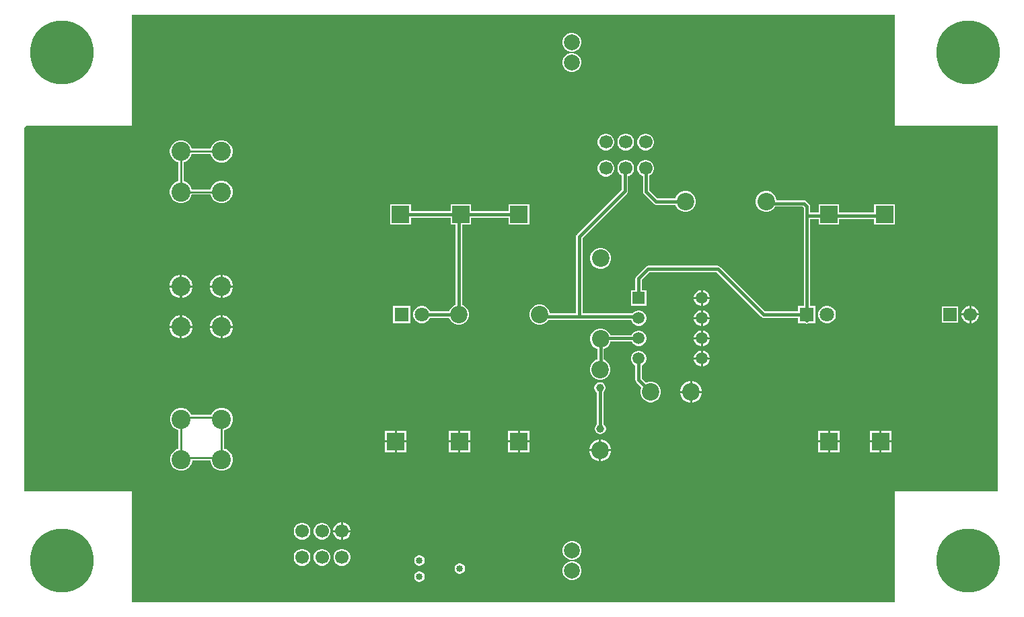
<source format=gbr>
G04*
G04 #@! TF.GenerationSoftware,Altium Limited,Altium Designer,24.1.2 (44)*
G04*
G04 Layer_Physical_Order=1*
G04 Layer_Color=13278208*
%FSLAX44Y44*%
%MOMM*%
G71*
G04*
G04 #@! TF.SameCoordinates,9659F079-296E-40C6-98A9-55E0524B4074*
G04*
G04*
G04 #@! TF.FilePolarity,Positive*
G04*
G01*
G75*
%ADD16C,0.2540*%
%ADD26C,0.8500*%
%ADD33C,0.4000*%
%ADD34C,1.7000*%
%ADD35C,2.0000*%
%ADD36R,1.5000X1.5000*%
%ADD37C,1.5000*%
%ADD38C,2.4000*%
%ADD39C,8.0000*%
%ADD40R,1.7000X1.7000*%
%ADD41C,2.1996*%
%ADD42R,1.8000X1.8000*%
%ADD43C,1.8000*%
%ADD44R,2.2000X2.2000*%
%ADD45R,2.2000X2.2000*%
%ADD46C,2.2000*%
%ADD47C,1.0000*%
G36*
X1127500Y627500D02*
X1257500D01*
Y167500D01*
X1127500D01*
Y27500D01*
X167500D01*
Y167500D01*
X32500D01*
Y625000D01*
X35000Y627500D01*
X167500D01*
Y767500D01*
X1127500D01*
Y627500D01*
D02*
G37*
%LPC*%
G36*
X722920Y744950D02*
X719760D01*
X716708Y744132D01*
X713972Y742552D01*
X711738Y740318D01*
X710158Y737582D01*
X709340Y734530D01*
Y731370D01*
X710158Y728318D01*
X711738Y725582D01*
X713972Y723348D01*
X716708Y721768D01*
X719760Y720950D01*
X722920D01*
X725972Y721768D01*
X728708Y723348D01*
X730942Y725582D01*
X732522Y728318D01*
X733340Y731370D01*
Y734530D01*
X732522Y737582D01*
X730942Y740318D01*
X728708Y742552D01*
X725972Y744132D01*
X722920Y744950D01*
D02*
G37*
G36*
Y719550D02*
X719760D01*
X716708Y718732D01*
X713972Y717152D01*
X711738Y714918D01*
X710158Y712182D01*
X709340Y709130D01*
Y705970D01*
X710158Y702918D01*
X711738Y700182D01*
X713972Y697948D01*
X716708Y696368D01*
X719760Y695550D01*
X722920D01*
X725972Y696368D01*
X728708Y697948D01*
X730942Y700182D01*
X732522Y702918D01*
X733340Y705970D01*
Y709130D01*
X732522Y712182D01*
X730942Y714918D01*
X728708Y717152D01*
X725972Y718732D01*
X722920Y719550D01*
D02*
G37*
G36*
X282343Y609500D02*
X278657D01*
X275096Y608546D01*
X271904Y606703D01*
X269297Y604096D01*
X267454Y600904D01*
X266900Y598834D01*
X243100D01*
X242546Y600904D01*
X240703Y604096D01*
X238096Y606703D01*
X234904Y608546D01*
X231343Y609500D01*
X227657D01*
X224096Y608546D01*
X220904Y606703D01*
X218297Y604096D01*
X216454Y600904D01*
X215500Y597343D01*
Y593657D01*
X216454Y590096D01*
X218297Y586904D01*
X220904Y584297D01*
X224096Y582454D01*
X226166Y581899D01*
Y558101D01*
X224096Y557546D01*
X220904Y555703D01*
X218297Y553096D01*
X216454Y549904D01*
X215500Y546343D01*
Y542657D01*
X216454Y539096D01*
X218297Y535904D01*
X220904Y533297D01*
X224096Y531454D01*
X227657Y530500D01*
X231343D01*
X234904Y531454D01*
X238096Y533297D01*
X240703Y535904D01*
X242546Y539096D01*
X243100Y541166D01*
X266900D01*
X267454Y539096D01*
X269297Y535904D01*
X271904Y533297D01*
X275096Y531454D01*
X278657Y530500D01*
X282343D01*
X285904Y531454D01*
X289096Y533297D01*
X291703Y535904D01*
X293546Y539096D01*
X294500Y542657D01*
Y546343D01*
X293546Y549904D01*
X291703Y553096D01*
X289096Y555703D01*
X285904Y557546D01*
X282343Y558500D01*
X278657D01*
X275096Y557546D01*
X271904Y555703D01*
X269297Y553096D01*
X267454Y549904D01*
X266900Y547834D01*
X243100D01*
X242546Y549904D01*
X240703Y553096D01*
X238096Y555703D01*
X234904Y557546D01*
X232834Y558101D01*
Y581899D01*
X234904Y582454D01*
X238096Y584297D01*
X240703Y586904D01*
X242546Y590096D01*
X243100Y592166D01*
X266900D01*
X267454Y590096D01*
X269297Y586904D01*
X271904Y584297D01*
X275096Y582454D01*
X278657Y581500D01*
X282343D01*
X285904Y582454D01*
X289096Y584297D01*
X291703Y586904D01*
X293546Y590096D01*
X294500Y593657D01*
Y597343D01*
X293546Y600904D01*
X291703Y604096D01*
X289096Y606703D01*
X285904Y608546D01*
X282343Y609500D01*
D02*
G37*
G36*
X815632Y617750D02*
X812868D01*
X810197Y617034D01*
X807803Y615652D01*
X805848Y613697D01*
X804466Y611303D01*
X803750Y608632D01*
Y605868D01*
X804466Y603197D01*
X805848Y600803D01*
X807803Y598848D01*
X810197Y597466D01*
X812868Y596750D01*
X815632D01*
X818303Y597466D01*
X820697Y598848D01*
X822652Y600803D01*
X824034Y603197D01*
X824750Y605868D01*
Y608632D01*
X824034Y611303D01*
X822652Y613697D01*
X820697Y615652D01*
X818303Y617034D01*
X815632Y617750D01*
D02*
G37*
G36*
X790632D02*
X787868D01*
X785197Y617034D01*
X782803Y615652D01*
X780848Y613697D01*
X779466Y611303D01*
X778750Y608632D01*
Y605868D01*
X779466Y603197D01*
X780848Y600803D01*
X782803Y598848D01*
X785197Y597466D01*
X787868Y596750D01*
X790632D01*
X793303Y597466D01*
X795697Y598848D01*
X797652Y600803D01*
X799034Y603197D01*
X799750Y605868D01*
Y608632D01*
X799034Y611303D01*
X797652Y613697D01*
X795697Y615652D01*
X793303Y617034D01*
X790632Y617750D01*
D02*
G37*
G36*
X765632D02*
X762868D01*
X760197Y617034D01*
X757803Y615652D01*
X755848Y613697D01*
X754466Y611303D01*
X753750Y608632D01*
Y605868D01*
X754466Y603197D01*
X755848Y600803D01*
X757803Y598848D01*
X760197Y597466D01*
X762868Y596750D01*
X765632D01*
X768303Y597466D01*
X770697Y598848D01*
X772652Y600803D01*
X774034Y603197D01*
X774750Y605868D01*
Y608632D01*
X774034Y611303D01*
X772652Y613697D01*
X770697Y615652D01*
X768303Y617034D01*
X765632Y617750D01*
D02*
G37*
G36*
Y584750D02*
X762868D01*
X760197Y584034D01*
X757803Y582652D01*
X755848Y580697D01*
X754466Y578303D01*
X753750Y575632D01*
Y572868D01*
X754466Y570197D01*
X755848Y567803D01*
X757803Y565848D01*
X760197Y564466D01*
X762868Y563750D01*
X765632D01*
X768303Y564466D01*
X770697Y565848D01*
X772652Y567803D01*
X774034Y570197D01*
X774750Y572868D01*
Y575632D01*
X774034Y578303D01*
X772652Y580697D01*
X770697Y582652D01*
X768303Y584034D01*
X765632Y584750D01*
D02*
G37*
G36*
X594750Y529250D02*
X568750D01*
Y520328D01*
X518745D01*
Y529249D01*
X492745D01*
Y503249D01*
X518745D01*
Y512171D01*
X568750D01*
Y503250D01*
X575122D01*
Y402364D01*
X574183Y402112D01*
X571219Y400401D01*
X568799Y397981D01*
X567088Y395017D01*
X566836Y394078D01*
X542995D01*
X542950Y394246D01*
X541502Y396754D01*
X539454Y398802D01*
X536946Y400250D01*
X534148Y401000D01*
X531252D01*
X528454Y400250D01*
X525946Y398802D01*
X523898Y396754D01*
X522450Y394246D01*
X521700Y391448D01*
Y388552D01*
X522450Y385754D01*
X523898Y383246D01*
X525946Y381198D01*
X528454Y379750D01*
X531252Y379000D01*
X534148D01*
X536946Y379750D01*
X539454Y381198D01*
X541502Y383246D01*
X542950Y385754D01*
X542995Y385922D01*
X566836D01*
X567088Y384983D01*
X568799Y382019D01*
X571219Y379599D01*
X574183Y377888D01*
X577489Y377002D01*
X580911D01*
X584217Y377888D01*
X587181Y379599D01*
X589601Y382019D01*
X591312Y384983D01*
X592198Y388289D01*
Y391711D01*
X591312Y395017D01*
X589601Y397981D01*
X587181Y400401D01*
X584217Y402112D01*
X583278Y402364D01*
Y503250D01*
X594750D01*
Y512171D01*
X641745D01*
Y503249D01*
X667745D01*
Y529249D01*
X641745D01*
Y520328D01*
X594750D01*
Y529250D01*
D02*
G37*
G36*
X815632Y584750D02*
X812868D01*
X810197Y584034D01*
X807803Y582652D01*
X805848Y580697D01*
X804466Y578303D01*
X803750Y575632D01*
Y572868D01*
X804466Y570197D01*
X805848Y567803D01*
X807803Y565848D01*
X810197Y564466D01*
X810922Y564272D01*
Y545000D01*
X810922Y545000D01*
X811181Y543698D01*
X811232Y543439D01*
X812116Y542116D01*
X824616Y529616D01*
X824616Y529616D01*
X825939Y528732D01*
X826198Y528681D01*
X827500Y528422D01*
X827500Y528422D01*
X851836D01*
X852088Y527483D01*
X853799Y524519D01*
X856219Y522099D01*
X859183Y520388D01*
X862489Y519502D01*
X865911D01*
X869217Y520388D01*
X872181Y522099D01*
X874601Y524519D01*
X876312Y527483D01*
X877198Y530789D01*
Y534211D01*
X876312Y537517D01*
X874601Y540481D01*
X872181Y542901D01*
X869217Y544612D01*
X865911Y545498D01*
X862489D01*
X859183Y544612D01*
X856219Y542901D01*
X853799Y540481D01*
X852088Y537517D01*
X851836Y536578D01*
X829189D01*
X819078Y546689D01*
Y564913D01*
X820697Y565848D01*
X822652Y567803D01*
X824034Y570197D01*
X824750Y572868D01*
Y575632D01*
X824034Y578303D01*
X822652Y580697D01*
X820697Y582652D01*
X818303Y584034D01*
X815632Y584750D01*
D02*
G37*
G36*
X967511Y545498D02*
X964089D01*
X960783Y544612D01*
X957819Y542901D01*
X955399Y540481D01*
X953688Y537517D01*
X952802Y534211D01*
Y530789D01*
X953688Y527483D01*
X955399Y524519D01*
X957819Y522099D01*
X960783Y520388D01*
X964089Y519502D01*
X967511D01*
X970817Y520388D01*
X973781Y522099D01*
X976201Y524519D01*
X977011Y525922D01*
X1011811D01*
X1013222Y524511D01*
Y514500D01*
Y401000D01*
X1006300D01*
Y394078D01*
X964189D01*
X907884Y450384D01*
X906561Y451268D01*
X906302Y451319D01*
X905000Y451578D01*
X905000Y451578D01*
X817500D01*
X815939Y451268D01*
X814616Y450384D01*
X814616Y450384D01*
X802666Y438434D01*
X801782Y437111D01*
X801731Y436852D01*
X801472Y435550D01*
X801472Y435550D01*
Y420350D01*
X796050D01*
Y401350D01*
X815050D01*
Y420350D01*
X809628D01*
Y433861D01*
X819189Y443422D01*
X903311D01*
X959616Y387116D01*
X960939Y386232D01*
X961198Y386181D01*
X962500Y385922D01*
X962500Y385922D01*
X1006300D01*
Y379000D01*
X1015338D01*
X1015739Y378732D01*
X1017300Y378422D01*
X1018861Y378732D01*
X1019262Y379000D01*
X1028300D01*
Y401000D01*
X1021378D01*
Y510422D01*
X1032000D01*
Y503250D01*
X1058000D01*
Y510422D01*
X1102000D01*
Y503250D01*
X1128000D01*
Y529250D01*
X1102000D01*
Y518578D01*
X1058000D01*
Y529250D01*
X1032000D01*
Y518578D01*
X1021378D01*
Y526200D01*
X1021068Y527761D01*
X1020184Y529084D01*
X1020184Y529084D01*
X1016384Y532884D01*
X1015061Y533768D01*
X1014802Y533819D01*
X1013500Y534078D01*
X1013500Y534078D01*
X978798D01*
Y534211D01*
X977912Y537517D01*
X976201Y540481D01*
X973781Y542901D01*
X970817Y544612D01*
X967511Y545498D01*
D02*
G37*
G36*
X759211Y473798D02*
X755789D01*
X752483Y472912D01*
X749519Y471201D01*
X747099Y468781D01*
X745388Y465817D01*
X744502Y462511D01*
Y459089D01*
X745388Y455783D01*
X747099Y452819D01*
X749519Y450399D01*
X752483Y448688D01*
X755789Y447802D01*
X759211D01*
X762517Y448688D01*
X765481Y450399D01*
X767901Y452819D01*
X769612Y455783D01*
X770498Y459089D01*
Y462511D01*
X769612Y465817D01*
X767901Y468781D01*
X765481Y471201D01*
X762517Y472912D01*
X759211Y473798D01*
D02*
G37*
G36*
X282414Y440040D02*
X281770D01*
Y426770D01*
X295040D01*
Y427414D01*
X294049Y431112D01*
X292135Y434428D01*
X289428Y437135D01*
X286112Y439049D01*
X282414Y440040D01*
D02*
G37*
G36*
X231414D02*
X230770D01*
Y426770D01*
X244040D01*
Y427414D01*
X243049Y431112D01*
X241135Y434428D01*
X238428Y437135D01*
X235112Y439049D01*
X231414Y440040D01*
D02*
G37*
G36*
X228230D02*
X227586D01*
X223888Y439049D01*
X220572Y437135D01*
X217865Y434428D01*
X215951Y431112D01*
X214960Y427414D01*
Y426770D01*
X228230D01*
Y440040D01*
D02*
G37*
G36*
X279230D02*
X278586D01*
X274888Y439049D01*
X271572Y437135D01*
X268865Y434428D01*
X266951Y431112D01*
X265960Y427414D01*
Y426770D01*
X279230D01*
Y440040D01*
D02*
G37*
G36*
X886272Y420890D02*
X886220D01*
Y412120D01*
X894990D01*
Y412172D01*
X894306Y414725D01*
X892984Y417015D01*
X891115Y418884D01*
X888825Y420206D01*
X886272Y420890D01*
D02*
G37*
G36*
X883680D02*
X883628D01*
X881075Y420206D01*
X878785Y418884D01*
X876916Y417015D01*
X875594Y414725D01*
X874910Y412172D01*
Y412120D01*
X883680D01*
Y420890D01*
D02*
G37*
G36*
X295040Y424230D02*
X281770D01*
Y410960D01*
X282414D01*
X286112Y411951D01*
X289428Y413865D01*
X292135Y416572D01*
X294049Y419888D01*
X295040Y423586D01*
Y424230D01*
D02*
G37*
G36*
X279230D02*
X265960D01*
Y423586D01*
X266951Y419888D01*
X268865Y416572D01*
X271572Y413865D01*
X274888Y411951D01*
X278586Y410960D01*
X279230D01*
Y424230D01*
D02*
G37*
G36*
X244040D02*
X230770D01*
Y410960D01*
X231414D01*
X235112Y411951D01*
X238428Y413865D01*
X241135Y416572D01*
X243049Y419888D01*
X244040Y423586D01*
Y424230D01*
D02*
G37*
G36*
X228230D02*
X214960D01*
Y423586D01*
X215951Y419888D01*
X217865Y416572D01*
X220572Y413865D01*
X223888Y411951D01*
X227586Y410960D01*
X228230D01*
Y424230D01*
D02*
G37*
G36*
X894990Y409580D02*
X886220D01*
Y400810D01*
X886272D01*
X888825Y401494D01*
X891115Y402816D01*
X892984Y404685D01*
X894306Y406975D01*
X894990Y409528D01*
Y409580D01*
D02*
G37*
G36*
X883680D02*
X874910D01*
Y409528D01*
X875594Y406975D01*
X876916Y404685D01*
X878785Y402816D01*
X881075Y401494D01*
X883628Y400810D01*
X883680D01*
Y409580D01*
D02*
G37*
G36*
X790632Y584750D02*
X787868D01*
X785197Y584034D01*
X782803Y582652D01*
X780848Y580697D01*
X779466Y578303D01*
X778750Y575632D01*
Y572868D01*
X779466Y570197D01*
X780848Y567803D01*
X782803Y565848D01*
X783922Y565202D01*
Y547189D01*
X727866Y491134D01*
X726982Y489811D01*
X726931Y489552D01*
X726672Y488250D01*
X726672Y488250D01*
Y391578D01*
X693798D01*
Y391711D01*
X692912Y395017D01*
X691201Y397981D01*
X688781Y400401D01*
X685817Y402112D01*
X682511Y402998D01*
X679089D01*
X675783Y402112D01*
X672819Y400401D01*
X670399Y397981D01*
X668688Y395017D01*
X667802Y391711D01*
Y388289D01*
X668688Y384983D01*
X670399Y382019D01*
X672819Y379599D01*
X675783Y377888D01*
X679089Y377002D01*
X682511D01*
X685817Y377888D01*
X688781Y379599D01*
X691201Y382019D01*
X692011Y383422D01*
X796258D01*
X796697Y381783D01*
X797948Y379617D01*
X799717Y377848D01*
X801883Y376597D01*
X804299Y375950D01*
X806801D01*
X809217Y376597D01*
X811383Y377848D01*
X813152Y379617D01*
X814403Y381783D01*
X815050Y384199D01*
Y386701D01*
X814403Y389117D01*
X813152Y391283D01*
X811383Y393052D01*
X809217Y394303D01*
X806801Y394950D01*
X804299D01*
X801883Y394303D01*
X799717Y393052D01*
X798243Y391578D01*
X734828D01*
Y486561D01*
X790884Y542616D01*
X790884Y542616D01*
X791768Y543939D01*
X792078Y545500D01*
Y564137D01*
X793303Y564466D01*
X795697Y565848D01*
X797652Y567803D01*
X799034Y570197D01*
X799750Y572868D01*
Y575632D01*
X799034Y578303D01*
X797652Y580697D01*
X795697Y582652D01*
X793303Y584034D01*
X790632Y584750D01*
D02*
G37*
G36*
X1224153Y401040D02*
X1223970D01*
Y391270D01*
X1233740D01*
Y391453D01*
X1232988Y394261D01*
X1231534Y396779D01*
X1229479Y398834D01*
X1226961Y400288D01*
X1224153Y401040D01*
D02*
G37*
G36*
X1221430D02*
X1221247D01*
X1218439Y400288D01*
X1215921Y398834D01*
X1213866Y396779D01*
X1212412Y394261D01*
X1211660Y391453D01*
Y391270D01*
X1221430D01*
Y401040D01*
D02*
G37*
G36*
X886272Y395490D02*
X886220D01*
Y386720D01*
X894990D01*
Y386772D01*
X894306Y389325D01*
X892984Y391615D01*
X891115Y393484D01*
X888825Y394806D01*
X886272Y395490D01*
D02*
G37*
G36*
X883680D02*
X883628D01*
X881075Y394806D01*
X878785Y393484D01*
X876916Y391615D01*
X875594Y389325D01*
X874910Y386772D01*
Y386720D01*
X883680D01*
Y395490D01*
D02*
G37*
G36*
X1207800Y400500D02*
X1186800D01*
Y379500D01*
X1207800D01*
Y400500D01*
D02*
G37*
G36*
X1044148Y401000D02*
X1041252D01*
X1038454Y400250D01*
X1035946Y398802D01*
X1033898Y396754D01*
X1032450Y394246D01*
X1031700Y391448D01*
Y388552D01*
X1032450Y385754D01*
X1033898Y383246D01*
X1035946Y381198D01*
X1038454Y379750D01*
X1041252Y379000D01*
X1044148D01*
X1046946Y379750D01*
X1049454Y381198D01*
X1051502Y383246D01*
X1052950Y385754D01*
X1053700Y388552D01*
Y391448D01*
X1052950Y394246D01*
X1051502Y396754D01*
X1049454Y398802D01*
X1046946Y400250D01*
X1044148Y401000D01*
D02*
G37*
G36*
X518300D02*
X496300D01*
Y379000D01*
X518300D01*
Y401000D01*
D02*
G37*
G36*
X1233740Y388730D02*
X1223970D01*
Y378960D01*
X1224153D01*
X1226961Y379712D01*
X1229479Y381166D01*
X1231534Y383221D01*
X1232988Y385739D01*
X1233740Y388547D01*
Y388730D01*
D02*
G37*
G36*
X1221430D02*
X1211660D01*
Y388547D01*
X1212412Y385739D01*
X1213866Y383221D01*
X1215921Y381166D01*
X1218439Y379712D01*
X1221247Y378960D01*
X1221430D01*
Y388730D01*
D02*
G37*
G36*
X282414Y389040D02*
X281770D01*
Y375770D01*
X295040D01*
Y376414D01*
X294049Y380112D01*
X292135Y383428D01*
X289428Y386135D01*
X286112Y388049D01*
X282414Y389040D01*
D02*
G37*
G36*
X231414D02*
X230770D01*
Y375770D01*
X244040D01*
Y376414D01*
X243049Y380112D01*
X241135Y383428D01*
X238428Y386135D01*
X235112Y388049D01*
X231414Y389040D01*
D02*
G37*
G36*
X228230D02*
X227586D01*
X223888Y388049D01*
X220572Y386135D01*
X217865Y383428D01*
X215951Y380112D01*
X214960Y376414D01*
Y375770D01*
X228230D01*
Y389040D01*
D02*
G37*
G36*
X279230D02*
X278586D01*
X274888Y388049D01*
X271572Y386135D01*
X268865Y383428D01*
X266951Y380112D01*
X265960Y376414D01*
Y375770D01*
X279230D01*
Y389040D01*
D02*
G37*
G36*
X894990Y384180D02*
X886220D01*
Y375410D01*
X886272D01*
X888825Y376094D01*
X891115Y377416D01*
X892984Y379285D01*
X894306Y381575D01*
X894990Y384128D01*
Y384180D01*
D02*
G37*
G36*
X883680D02*
X874910D01*
Y384128D01*
X875594Y381575D01*
X876916Y379285D01*
X878785Y377416D01*
X881075Y376094D01*
X883628Y375410D01*
X883680D01*
Y384180D01*
D02*
G37*
G36*
X886272Y370090D02*
X886220D01*
Y361320D01*
X894990D01*
Y361372D01*
X894306Y363925D01*
X892984Y366215D01*
X891115Y368084D01*
X888825Y369406D01*
X886272Y370090D01*
D02*
G37*
G36*
X883680D02*
X883628D01*
X881075Y369406D01*
X878785Y368084D01*
X876916Y366215D01*
X875594Y363925D01*
X874910Y361372D01*
Y361320D01*
X883680D01*
Y370090D01*
D02*
G37*
G36*
X295040Y373230D02*
X281770D01*
Y359960D01*
X282414D01*
X286112Y360951D01*
X289428Y362865D01*
X292135Y365572D01*
X294049Y368888D01*
X295040Y372586D01*
Y373230D01*
D02*
G37*
G36*
X279230D02*
X265960D01*
Y372586D01*
X266951Y368888D01*
X268865Y365572D01*
X271572Y362865D01*
X274888Y360951D01*
X278586Y359960D01*
X279230D01*
Y373230D01*
D02*
G37*
G36*
X244040D02*
X230770D01*
Y359960D01*
X231414D01*
X235112Y360951D01*
X238428Y362865D01*
X241135Y365572D01*
X243049Y368888D01*
X244040Y372586D01*
Y373230D01*
D02*
G37*
G36*
X228230D02*
X214960D01*
Y372586D01*
X215951Y368888D01*
X217865Y365572D01*
X220572Y362865D01*
X223888Y360951D01*
X227586Y359960D01*
X228230D01*
Y373230D01*
D02*
G37*
G36*
X759211Y372198D02*
X755789D01*
X752483Y371312D01*
X749519Y369601D01*
X747099Y367181D01*
X745388Y364217D01*
X744502Y360911D01*
Y357489D01*
X745388Y354183D01*
X747099Y351219D01*
X749519Y348799D01*
X752483Y347088D01*
X753422Y346836D01*
Y333298D01*
X751983Y332912D01*
X749019Y331201D01*
X746599Y328781D01*
X744888Y325817D01*
X744002Y322511D01*
Y319089D01*
X744888Y315783D01*
X746599Y312819D01*
X749019Y310399D01*
X751983Y308688D01*
X755289Y307802D01*
X758711D01*
X762017Y308688D01*
X764981Y310399D01*
X767401Y312819D01*
X769112Y315783D01*
X769998Y319089D01*
Y322511D01*
X769112Y325817D01*
X767401Y328781D01*
X764981Y331201D01*
X762017Y332912D01*
X761578Y333030D01*
Y346836D01*
X762517Y347088D01*
X765481Y348799D01*
X767901Y351219D01*
X769612Y354183D01*
X770092Y355972D01*
X796935D01*
X797948Y354217D01*
X799717Y352448D01*
X801883Y351197D01*
X804299Y350550D01*
X806801D01*
X809217Y351197D01*
X811383Y352448D01*
X813152Y354217D01*
X814403Y356383D01*
X815050Y358799D01*
Y361301D01*
X814403Y363717D01*
X813152Y365883D01*
X811383Y367652D01*
X809217Y368903D01*
X806801Y369550D01*
X804299D01*
X801883Y368903D01*
X799717Y367652D01*
X797948Y365883D01*
X796935Y364128D01*
X769636D01*
X769612Y364217D01*
X767901Y367181D01*
X765481Y369601D01*
X762517Y371312D01*
X759211Y372198D01*
D02*
G37*
G36*
X894990Y358780D02*
X886220D01*
Y350010D01*
X886272D01*
X888825Y350694D01*
X891115Y352016D01*
X892984Y353885D01*
X894306Y356175D01*
X894990Y358728D01*
Y358780D01*
D02*
G37*
G36*
X883680D02*
X874910D01*
Y358728D01*
X875594Y356175D01*
X876916Y353885D01*
X878785Y352016D01*
X881075Y350694D01*
X883628Y350010D01*
X883680D01*
Y358780D01*
D02*
G37*
G36*
X886272Y344690D02*
X886220D01*
Y335920D01*
X894990D01*
Y335972D01*
X894306Y338525D01*
X892984Y340815D01*
X891115Y342684D01*
X888825Y344006D01*
X886272Y344690D01*
D02*
G37*
G36*
X883680D02*
X883628D01*
X881075Y344006D01*
X878785Y342684D01*
X876916Y340815D01*
X875594Y338525D01*
X874910Y335972D01*
Y335920D01*
X883680D01*
Y344690D01*
D02*
G37*
G36*
X894990Y333380D02*
X886220D01*
Y324610D01*
X886272D01*
X888825Y325294D01*
X891115Y326616D01*
X892984Y328485D01*
X894306Y330775D01*
X894990Y333328D01*
Y333380D01*
D02*
G37*
G36*
X883680D02*
X874910D01*
Y333328D01*
X875594Y330775D01*
X876916Y328485D01*
X878785Y326616D01*
X881075Y325294D01*
X883628Y324610D01*
X883680D01*
Y333380D01*
D02*
G37*
G36*
X873183Y306040D02*
X872670D01*
Y293770D01*
X884940D01*
Y294283D01*
X884017Y297726D01*
X882235Y300814D01*
X879714Y303335D01*
X876626Y305117D01*
X873183Y306040D01*
D02*
G37*
G36*
X870130D02*
X869617D01*
X866174Y305117D01*
X863086Y303335D01*
X860565Y300814D01*
X858783Y297726D01*
X857860Y294283D01*
Y293770D01*
X870130D01*
Y306040D01*
D02*
G37*
G36*
X806801Y344150D02*
X804299D01*
X801883Y343503D01*
X799717Y342252D01*
X797948Y340483D01*
X796697Y338317D01*
X796050Y335901D01*
Y333399D01*
X796697Y330983D01*
X797948Y328817D01*
X799717Y327048D01*
X801472Y326035D01*
Y307550D01*
X801472Y307550D01*
X801731Y306248D01*
X801782Y305989D01*
X802666Y304666D01*
X808972Y298360D01*
X808486Y297518D01*
X807600Y294212D01*
Y290788D01*
X808486Y287482D01*
X810197Y284518D01*
X812618Y282097D01*
X815582Y280386D01*
X818888Y279500D01*
X822311D01*
X825618Y280386D01*
X828582Y282097D01*
X831003Y284518D01*
X832714Y287482D01*
X833600Y290788D01*
Y294212D01*
X832714Y297518D01*
X831003Y300482D01*
X828582Y302903D01*
X825618Y304614D01*
X822311Y305500D01*
X818888D01*
X815582Y304614D01*
X814740Y304128D01*
X809628Y309239D01*
Y326035D01*
X811383Y327048D01*
X813152Y328817D01*
X814403Y330983D01*
X815050Y333399D01*
Y335901D01*
X814403Y338317D01*
X813152Y340483D01*
X811383Y342252D01*
X809217Y343503D01*
X806801Y344150D01*
D02*
G37*
G36*
X884940Y291230D02*
X872670D01*
Y278960D01*
X873183D01*
X876626Y279883D01*
X879714Y281665D01*
X882235Y284186D01*
X884017Y287274D01*
X884940Y290717D01*
Y291230D01*
D02*
G37*
G36*
X870130D02*
X857860D01*
Y290717D01*
X858783Y287274D01*
X860565Y284186D01*
X863086Y281665D01*
X866174Y279883D01*
X869617Y278960D01*
X870130D01*
Y291230D01*
D02*
G37*
G36*
X282593Y272250D02*
X278907D01*
X275346Y271296D01*
X272154Y269453D01*
X269547Y266846D01*
X267952Y264084D01*
X242547D01*
X240953Y266846D01*
X238346Y269453D01*
X235154Y271296D01*
X231593Y272250D01*
X227907D01*
X224346Y271296D01*
X221154Y269453D01*
X218547Y266846D01*
X216704Y263654D01*
X215750Y260093D01*
Y256407D01*
X216704Y252846D01*
X218547Y249654D01*
X221154Y247047D01*
X224346Y245204D01*
X226416Y244650D01*
Y220851D01*
X224346Y220296D01*
X221154Y218453D01*
X218547Y215846D01*
X216704Y212654D01*
X215750Y209093D01*
Y205407D01*
X216704Y201846D01*
X218547Y198654D01*
X221154Y196047D01*
X224346Y194204D01*
X227907Y193250D01*
X231593D01*
X235154Y194204D01*
X238346Y196047D01*
X240953Y198654D01*
X242796Y201846D01*
X243750Y205407D01*
Y206416D01*
X266750D01*
Y205407D01*
X267704Y201846D01*
X269547Y198654D01*
X272154Y196047D01*
X275346Y194204D01*
X278907Y193250D01*
X282593D01*
X286154Y194204D01*
X289346Y196047D01*
X291953Y198654D01*
X293796Y201846D01*
X294750Y205407D01*
Y209093D01*
X293796Y212654D01*
X291953Y215846D01*
X289346Y218453D01*
X286154Y220296D01*
X284084Y220851D01*
Y244650D01*
X286154Y245204D01*
X289346Y247047D01*
X291953Y249654D01*
X293796Y252846D01*
X294750Y256407D01*
Y260093D01*
X293796Y263654D01*
X291953Y266846D01*
X289346Y269453D01*
X286154Y271296D01*
X282593Y272250D01*
D02*
G37*
G36*
X757672Y304750D02*
X755828D01*
X754048Y304273D01*
X752452Y303351D01*
X751149Y302048D01*
X750227Y300452D01*
X749750Y298672D01*
Y296828D01*
X750227Y295048D01*
X751149Y293452D01*
X752452Y292149D01*
X752922Y291877D01*
Y251821D01*
X751649Y250548D01*
X750727Y248952D01*
X750250Y247172D01*
Y245328D01*
X750727Y243548D01*
X751649Y241952D01*
X752952Y240649D01*
X754548Y239727D01*
X756328Y239250D01*
X758172D01*
X759952Y239727D01*
X761548Y240649D01*
X762851Y241952D01*
X763773Y243548D01*
X764250Y245328D01*
Y247172D01*
X763773Y248952D01*
X762851Y250548D01*
X761548Y251851D01*
X761078Y252123D01*
Y292179D01*
X762351Y293452D01*
X763273Y295048D01*
X763750Y296828D01*
Y298672D01*
X763273Y300452D01*
X762351Y302048D01*
X761048Y303351D01*
X759452Y304273D01*
X757672Y304750D01*
D02*
G37*
G36*
X1058540Y243540D02*
X1046270D01*
Y231270D01*
X1058540D01*
Y243540D01*
D02*
G37*
G36*
X1043730D02*
X1031460D01*
Y231270D01*
X1043730D01*
Y243540D01*
D02*
G37*
G36*
X668540D02*
X656270D01*
Y231270D01*
X668540D01*
Y243540D01*
D02*
G37*
G36*
X653730D02*
X641460D01*
Y231270D01*
X653730D01*
Y243540D01*
D02*
G37*
G36*
X593540D02*
X581270D01*
Y231270D01*
X593540D01*
Y243540D01*
D02*
G37*
G36*
X578730D02*
X566460D01*
Y231270D01*
X578730D01*
Y243540D01*
D02*
G37*
G36*
X513540D02*
X501270D01*
Y231270D01*
X513540D01*
Y243540D01*
D02*
G37*
G36*
X498730D02*
X486460D01*
Y231270D01*
X498730D01*
Y243540D01*
D02*
G37*
G36*
X1123540D02*
X1111270D01*
Y231270D01*
X1123540D01*
Y243540D01*
D02*
G37*
G36*
X1108730D02*
X1096460D01*
Y231270D01*
X1108730D01*
Y243540D01*
D02*
G37*
G36*
X758782Y232738D02*
X758270D01*
Y220470D01*
X770538D01*
Y220982D01*
X769616Y224426D01*
X767833Y227513D01*
X765313Y230033D01*
X762226Y231816D01*
X758782Y232738D01*
D02*
G37*
G36*
X755730D02*
X755218D01*
X751775Y231816D01*
X748687Y230033D01*
X746167Y227513D01*
X744384Y224426D01*
X743462Y220982D01*
Y220470D01*
X755730D01*
Y232738D01*
D02*
G37*
G36*
X1123540Y228730D02*
X1111270D01*
Y216460D01*
X1123540D01*
Y228730D01*
D02*
G37*
G36*
X1108730D02*
X1096460D01*
Y216460D01*
X1108730D01*
Y228730D01*
D02*
G37*
G36*
X1058540Y228730D02*
X1046270D01*
Y216460D01*
X1058540D01*
Y228730D01*
D02*
G37*
G36*
X1043730D02*
X1031460D01*
Y216460D01*
X1043730D01*
Y228730D01*
D02*
G37*
G36*
X668540D02*
X656270D01*
Y216460D01*
X668540D01*
Y228730D01*
D02*
G37*
G36*
X653730D02*
X641460D01*
Y216460D01*
X653730D01*
Y228730D01*
D02*
G37*
G36*
X593540D02*
X581270D01*
Y216460D01*
X593540D01*
Y228730D01*
D02*
G37*
G36*
X578730D02*
X566460D01*
Y216460D01*
X578730D01*
Y228730D01*
D02*
G37*
G36*
X513540D02*
X501270D01*
Y216460D01*
X513540D01*
Y228730D01*
D02*
G37*
G36*
X498730D02*
X486460D01*
Y216460D01*
X498730D01*
Y228730D01*
D02*
G37*
G36*
X770538Y217930D02*
X758270D01*
Y205662D01*
X758782D01*
X762226Y206584D01*
X765313Y208367D01*
X767833Y210887D01*
X769616Y213974D01*
X770538Y217418D01*
Y217930D01*
D02*
G37*
G36*
X755730D02*
X743462D01*
Y217418D01*
X744384Y213974D01*
X746167Y210887D01*
X748687Y208367D01*
X751775Y206584D01*
X755218Y205662D01*
X755730D01*
Y217930D01*
D02*
G37*
G36*
X433453Y128290D02*
X433270D01*
Y118520D01*
X443040D01*
Y118703D01*
X442288Y121511D01*
X440834Y124029D01*
X438779Y126084D01*
X436261Y127538D01*
X433453Y128290D01*
D02*
G37*
G36*
X430730D02*
X430547D01*
X427739Y127538D01*
X425221Y126084D01*
X423166Y124029D01*
X421712Y121511D01*
X420960Y118703D01*
Y118520D01*
X430730D01*
Y128290D01*
D02*
G37*
G36*
X408382Y127750D02*
X405618D01*
X402947Y127034D01*
X400553Y125652D01*
X398598Y123697D01*
X397216Y121303D01*
X396500Y118632D01*
Y115868D01*
X397216Y113197D01*
X398598Y110803D01*
X400553Y108848D01*
X402947Y107466D01*
X405618Y106750D01*
X408382D01*
X411053Y107466D01*
X413447Y108848D01*
X415402Y110803D01*
X416784Y113197D01*
X417500Y115868D01*
Y118632D01*
X416784Y121303D01*
X415402Y123697D01*
X413447Y125652D01*
X411053Y127034D01*
X408382Y127750D01*
D02*
G37*
G36*
X383382D02*
X380618D01*
X377947Y127034D01*
X375553Y125652D01*
X373598Y123697D01*
X372216Y121303D01*
X371500Y118632D01*
Y115868D01*
X372216Y113197D01*
X373598Y110803D01*
X375553Y108848D01*
X377947Y107466D01*
X380618Y106750D01*
X383382D01*
X386053Y107466D01*
X388447Y108848D01*
X390402Y110803D01*
X391784Y113197D01*
X392500Y115868D01*
Y118632D01*
X391784Y121303D01*
X390402Y123697D01*
X388447Y125652D01*
X386053Y127034D01*
X383382Y127750D01*
D02*
G37*
G36*
X443040Y115980D02*
X433270D01*
Y106210D01*
X433453D01*
X436261Y106962D01*
X438779Y108416D01*
X440834Y110471D01*
X442288Y112989D01*
X443040Y115796D01*
Y115980D01*
D02*
G37*
G36*
X430730D02*
X420960D01*
Y115796D01*
X421712Y112989D01*
X423166Y110471D01*
X425221Y108416D01*
X427739Y106962D01*
X430547Y106210D01*
X430730D01*
Y115980D01*
D02*
G37*
G36*
X723240Y104700D02*
X720080D01*
X717028Y103882D01*
X714292Y102302D01*
X712058Y100068D01*
X710478Y97332D01*
X709660Y94280D01*
Y91120D01*
X710478Y88068D01*
X712058Y85332D01*
X714292Y83098D01*
X717028Y81518D01*
X720080Y80700D01*
X723240D01*
X726292Y81518D01*
X729028Y83098D01*
X731262Y85332D01*
X732842Y88068D01*
X733660Y91120D01*
Y94280D01*
X732842Y97332D01*
X731262Y100068D01*
X729028Y102302D01*
X726292Y103882D01*
X723240Y104700D01*
D02*
G37*
G36*
X433382Y94750D02*
X430618D01*
X427947Y94034D01*
X425553Y92652D01*
X423598Y90697D01*
X422216Y88303D01*
X421500Y85632D01*
Y82868D01*
X422216Y80197D01*
X423598Y77803D01*
X425553Y75848D01*
X427947Y74466D01*
X430618Y73750D01*
X433382D01*
X436053Y74466D01*
X438447Y75848D01*
X440402Y77803D01*
X441784Y80197D01*
X442500Y82868D01*
Y85632D01*
X441784Y88303D01*
X440402Y90697D01*
X438447Y92652D01*
X436053Y94034D01*
X433382Y94750D01*
D02*
G37*
G36*
X408382D02*
X405618D01*
X402947Y94034D01*
X400553Y92652D01*
X398598Y90697D01*
X397216Y88303D01*
X396500Y85632D01*
Y82868D01*
X397216Y80197D01*
X398598Y77803D01*
X400553Y75848D01*
X402947Y74466D01*
X405618Y73750D01*
X408382D01*
X411053Y74466D01*
X413447Y75848D01*
X415402Y77803D01*
X416784Y80197D01*
X417500Y82868D01*
Y85632D01*
X416784Y88303D01*
X415402Y90697D01*
X413447Y92652D01*
X411053Y94034D01*
X408382Y94750D01*
D02*
G37*
G36*
X383382D02*
X380618D01*
X377947Y94034D01*
X375553Y92652D01*
X373598Y90697D01*
X372216Y88303D01*
X371500Y85632D01*
Y82868D01*
X372216Y80197D01*
X373598Y77803D01*
X375553Y75848D01*
X377947Y74466D01*
X380618Y73750D01*
X383382D01*
X386053Y74466D01*
X388447Y75848D01*
X390402Y77803D01*
X391784Y80197D01*
X392500Y82868D01*
Y85632D01*
X391784Y88303D01*
X390402Y90697D01*
X388447Y92652D01*
X386053Y94034D01*
X383382Y94750D01*
D02*
G37*
G36*
X530456Y86660D02*
X528744D01*
X527091Y86217D01*
X525609Y85361D01*
X524399Y84151D01*
X523543Y82669D01*
X523100Y81016D01*
Y79304D01*
X523543Y77651D01*
X524399Y76169D01*
X525609Y74959D01*
X527091Y74103D01*
X528744Y73660D01*
X530456D01*
X532109Y74103D01*
X533591Y74959D01*
X534801Y76169D01*
X535657Y77651D01*
X536100Y79304D01*
Y81016D01*
X535657Y82669D01*
X534801Y84151D01*
X533591Y85361D01*
X532109Y86217D01*
X530456Y86660D01*
D02*
G37*
G36*
X581256Y76500D02*
X579544D01*
X577891Y76057D01*
X576409Y75201D01*
X575199Y73991D01*
X574343Y72509D01*
X573900Y70856D01*
Y69144D01*
X574343Y67491D01*
X575199Y66009D01*
X576409Y64799D01*
X577891Y63943D01*
X579544Y63500D01*
X581256D01*
X582909Y63943D01*
X584391Y64799D01*
X585601Y66009D01*
X586457Y67491D01*
X586900Y69144D01*
Y70856D01*
X586457Y72509D01*
X585601Y73991D01*
X584391Y75201D01*
X582909Y76057D01*
X581256Y76500D01*
D02*
G37*
G36*
X723240Y79300D02*
X720080D01*
X717028Y78482D01*
X714292Y76902D01*
X712058Y74668D01*
X710478Y71932D01*
X709660Y68880D01*
Y65720D01*
X710478Y62668D01*
X712058Y59932D01*
X714292Y57698D01*
X717028Y56118D01*
X720080Y55300D01*
X723240D01*
X726292Y56118D01*
X729028Y57698D01*
X731262Y59932D01*
X732842Y62668D01*
X733660Y65720D01*
Y68880D01*
X732842Y71932D01*
X731262Y74668D01*
X729028Y76902D01*
X726292Y78482D01*
X723240Y79300D01*
D02*
G37*
G36*
X530456Y66340D02*
X528744D01*
X527091Y65897D01*
X525609Y65041D01*
X524399Y63831D01*
X523543Y62349D01*
X523100Y60696D01*
Y58984D01*
X523543Y57331D01*
X524399Y55849D01*
X525609Y54639D01*
X527091Y53783D01*
X528744Y53340D01*
X530456D01*
X532109Y53783D01*
X533591Y54639D01*
X534801Y55849D01*
X535657Y57331D01*
X536100Y58984D01*
Y60696D01*
X535657Y62349D01*
X534801Y63831D01*
X533591Y65041D01*
X532109Y65897D01*
X530456Y66340D01*
D02*
G37*
%LPD*%
D16*
X229750Y260750D02*
X280750D01*
X229750Y209750D02*
X280750D01*
X229500Y595500D02*
X280500D01*
X229500Y544500D02*
X280500D01*
X281778Y543222D01*
X229500Y544500D02*
Y595500D01*
X280750Y258250D02*
Y260750D01*
Y209750D02*
Y258250D01*
X229750D02*
Y260750D01*
Y209750D02*
Y258250D01*
X229500Y377000D02*
X232000Y374500D01*
Y425500D02*
X278000D01*
X229500Y377000D02*
Y428000D01*
X232000Y425500D01*
X278000D02*
X280500Y428000D01*
X232000Y374500D02*
X278000D01*
X280500Y377000D01*
X680800Y390000D02*
X683300Y387500D01*
D26*
X529600Y59840D02*
D03*
Y80160D02*
D03*
X580400Y70000D02*
D03*
D33*
X757000Y246500D02*
X757250Y246250D01*
X756750Y297750D02*
X757000Y297500D01*
Y246500D02*
Y297500D01*
X815000Y545000D02*
Y573500D01*
X814250Y574250D02*
X815000Y573500D01*
X827500Y532500D02*
X864200D01*
X815000Y545000D02*
X827500Y532500D01*
X788000Y545500D02*
Y573000D01*
X789250Y574250D01*
X730750Y488250D02*
X788000Y545500D01*
X730750Y387500D02*
Y488250D01*
X757500Y321300D02*
Y359200D01*
X757000Y320800D02*
X757500Y321300D01*
X758350Y360050D02*
X805550D01*
X757000Y358700D02*
X758350Y360050D01*
X805550Y307550D02*
Y334650D01*
Y307550D02*
X820600Y292500D01*
X805550Y410850D02*
Y435550D01*
X817500Y447500D01*
X905000D01*
X962500Y390000D01*
X1016969D01*
X730750Y387500D02*
X803500D01*
X805550Y410850D02*
X805550Y410850D01*
X803500Y387500D02*
X805550Y385450D01*
X1017300Y390000D02*
Y514500D01*
Y382500D02*
Y390000D01*
X968300Y530000D02*
X1013500D01*
X1017300Y526200D01*
Y514500D02*
Y526200D01*
X1045000Y514500D02*
X1117966D01*
X1017300D02*
X1045000D01*
X580748Y515248D02*
X581750Y516250D01*
X579747Y514247D02*
X580748Y515248D01*
X579200Y513045D02*
Y514247D01*
Y390000D02*
Y513045D01*
Y514247D02*
Y516250D01*
X683300Y387500D02*
X730750D01*
X965800Y532500D02*
X968300Y530000D01*
X505745Y516249D02*
X579747D01*
Y514247D02*
X580950Y513045D01*
X581751Y516249D02*
X654745D01*
X581750Y516250D02*
X581751Y516249D01*
X532700Y390000D02*
X579200D01*
D34*
X789250Y574250D02*
D03*
X764250D02*
D03*
Y607250D02*
D03*
X789250D02*
D03*
X814250D02*
D03*
Y574250D02*
D03*
X407000Y84250D02*
D03*
X382000D02*
D03*
Y117250D02*
D03*
X407000D02*
D03*
X432000D02*
D03*
Y84250D02*
D03*
X1222700Y390000D02*
D03*
D35*
X721660Y92700D02*
D03*
Y67300D02*
D03*
X721340Y732950D02*
D03*
Y707550D02*
D03*
D36*
X805550Y410850D02*
D03*
D37*
Y385450D02*
D03*
Y360050D02*
D03*
Y334650D02*
D03*
X884950D02*
D03*
Y360050D02*
D03*
Y385450D02*
D03*
Y410850D02*
D03*
D38*
X280750Y207250D02*
D03*
X229750D02*
D03*
X280750Y258250D02*
D03*
X229750D02*
D03*
X229500Y595500D02*
D03*
X280500D02*
D03*
X229500Y544500D02*
D03*
X280500D02*
D03*
X229500Y425500D02*
D03*
X280500D02*
D03*
X229500Y374500D02*
D03*
X280500D02*
D03*
D39*
X1220000Y720000D02*
D03*
X80000D02*
D03*
Y80000D02*
D03*
X1220000D02*
D03*
D40*
X1197300Y390000D02*
D03*
D41*
X757000Y219200D02*
D03*
Y320800D02*
D03*
X579200Y390000D02*
D03*
X680800D02*
D03*
X757500Y460800D02*
D03*
Y359200D02*
D03*
X864200Y532500D02*
D03*
X965800D02*
D03*
D42*
X1017300Y390000D02*
D03*
X507300D02*
D03*
D43*
X1042700D02*
D03*
X532700D02*
D03*
D44*
X654745Y516249D02*
D03*
X581750Y516250D02*
D03*
X505745Y516249D02*
D03*
X655000Y230000D02*
D03*
X580000D02*
D03*
X500000D02*
D03*
X1115000Y516250D02*
D03*
X1045000D02*
D03*
Y230000D02*
D03*
D45*
X1110000D02*
D03*
D46*
X820600Y292500D02*
D03*
X871400D02*
D03*
D47*
X650500Y48000D02*
D03*
X756750Y297750D02*
D03*
X555250Y48250D02*
D03*
X238500Y718250D02*
D03*
X757250Y246250D02*
D03*
X675750Y291750D02*
D03*
X702500Y315000D02*
D03*
X721500Y167500D02*
D03*
X685000Y167500D02*
D03*
X363500Y212250D02*
D03*
X522500Y184750D02*
D03*
X581250Y353000D02*
D03*
X528000Y274000D02*
D03*
M02*

</source>
